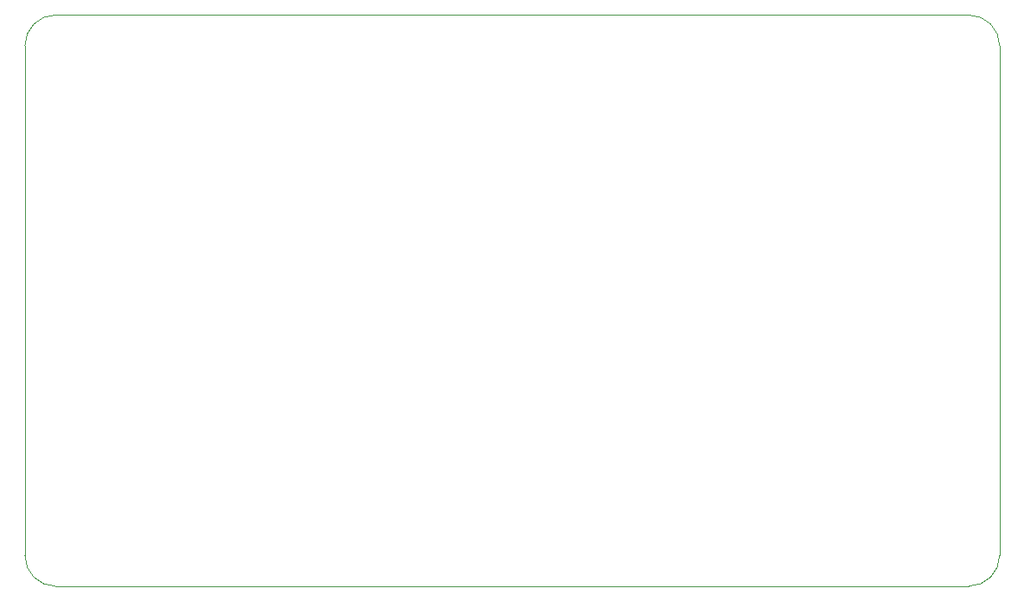
<source format=gm1>
%TF.GenerationSoftware,KiCad,Pcbnew,9.0.1*%
%TF.CreationDate,2025-04-07T13:35:56-07:00*%
%TF.ProjectId,Groundstation_433_Hat,47726f75-6e64-4737-9461-74696f6e5f34,1.3*%
%TF.SameCoordinates,Original*%
%TF.FileFunction,Profile,NP*%
%FSLAX46Y46*%
G04 Gerber Fmt 4.6, Leading zero omitted, Abs format (unit mm)*
G04 Created by KiCad (PCBNEW 9.0.1) date 2025-04-07 13:35:56*
%MOMM*%
%LPD*%
G01*
G04 APERTURE LIST*
%TA.AperFunction,Profile*%
%ADD10C,0.100000*%
%TD*%
G04 APERTURE END LIST*
D10*
X102503937Y-116000000D02*
G75*
G02*
X99503900Y-113000000I63J3000100D01*
G01*
X99503937Y-113000000D02*
X99503937Y-63000000D01*
X192000000Y-60000000D02*
X102503937Y-60000000D01*
X195000000Y-113000000D02*
G75*
G02*
X192000000Y-116000000I-3000000J0D01*
G01*
X195000000Y-63000000D02*
X195000000Y-113000000D01*
X99503937Y-63000000D02*
G75*
G02*
X102503937Y-60000037I2999963J0D01*
G01*
X192000000Y-60000000D02*
G75*
G02*
X195000000Y-63000000I0J-3000000D01*
G01*
X192000000Y-116000000D02*
X102503937Y-116000000D01*
M02*

</source>
